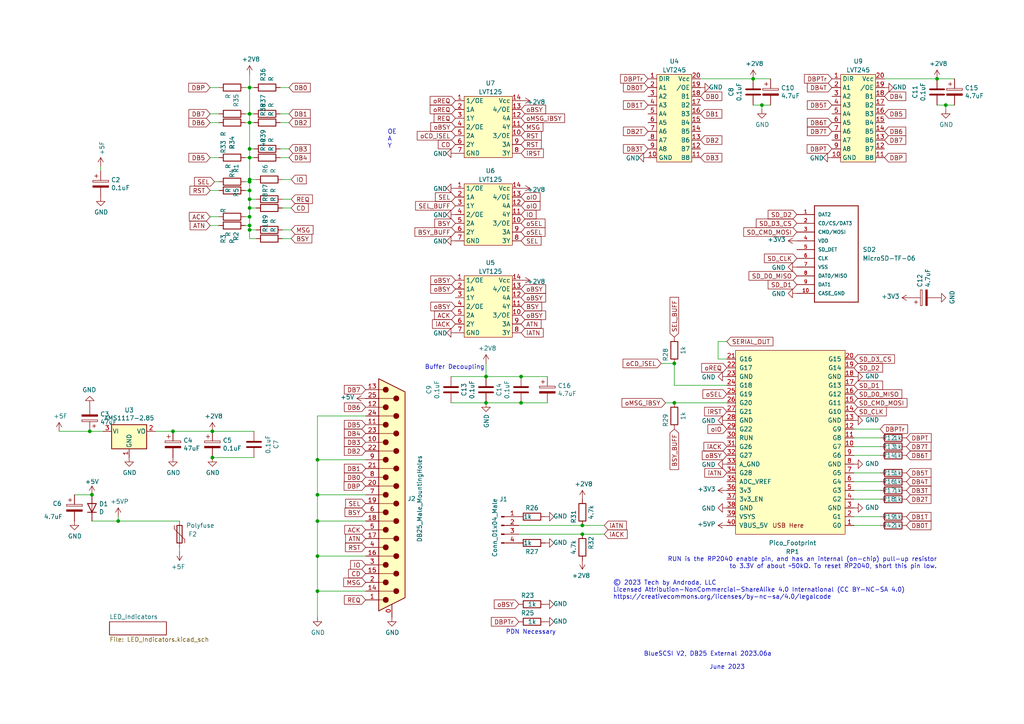
<source format=kicad_sch>
(kicad_sch (version 20211123) (generator eeschema)
  (paper "A4")
  (junction (at 26.67 143.51))
  (junction (at 72.39 65.405))
  (junction (at 220.98 30.48))
  (junction (at 168.91 152.4))
  (junction (at 140.97 116.84))
  (junction (at 72.39 35.56))
  (junction (at 61.595 132.715))
  (junction (at 34.29 151.13))
  (junction (at 92.075 161.29))
  (junction (at 140.97 109.22))
  (junction (at 92.075 171.45))
  (junction (at 195.58 105.41))
  (junction (at 72.39 55.245))
  (junction (at 72.39 62.865))
  (junction (at 72.39 43.18))
  (junction (at 72.39 52.705))
  (junction (at 72.39 25.4))
  (junction (at 92.075 133.35))
  (junction (at 218.44 22.86))
  (junction (at 61.595 125.095))
  (junction (at 271.78 22.86))
  (junction (at 168.91 154.94))
  (junction (at 50.165 125.095))
  (junction (at 151.13 109.22))
  (junction (at 72.39 66.675))
  (junction (at 195.58 116.84))
  (junction (at 274.32 30.48))
  (junction (at 72.39 33.02))
  (junction (at 72.39 57.785))
  (junction (at 92.075 151.13))
  (junction (at 72.39 60.325))
  (junction (at 72.39 45.72))
  (junction (at 72.39 52.07))
  (junction (at 26.035 125.095))
  (junction (at 151.13 116.84))
  (junction (at 92.075 143.51))
  (wire (pts (xy 193.04 116.84) (xy 195.58 116.84)))
  (wire (pts (xy 150.495 152.4) (xy 168.91 152.4)))
  (wire (pts (xy 218.44 22.86) (xy 203.2 22.86)))
  (wire (pts (xy 106.045 171.45) (xy 92.075 171.45)))
  (wire (pts (xy 151.13 109.22) (xy 158.75 109.22)))
  (wire (pts (xy 92.075 133.35) (xy 92.075 143.51)))
  (wire (pts (xy 72.39 57.785) (xy 74.295 57.785)))
  (wire (pts (xy 274.32 30.48) (xy 274.32 31.75)))
  (wire (pts (xy 72.39 62.865) (xy 72.39 65.405)))
  (wire (pts (xy 34.29 151.13) (xy 52.07 151.13)))
  (wire (pts (xy 72.39 45.72) (xy 73.66 45.72)))
  (wire (pts (xy 92.075 151.13) (xy 92.075 161.29)))
  (wire (pts (xy 63.5 52.705) (xy 62.23 52.705)))
  (wire (pts (xy 271.78 30.48) (xy 274.32 30.48)))
  (wire (pts (xy 218.44 30.48) (xy 220.98 30.48)))
  (wire (pts (xy 140.97 116.84) (xy 151.13 116.84)))
  (wire (pts (xy 130.81 109.22) (xy 140.97 109.22)))
  (wire (pts (xy 92.075 143.51) (xy 92.075 151.13)))
  (wire (pts (xy 81.28 33.02) (xy 83.82 33.02)))
  (wire (pts (xy 72.39 35.56) (xy 73.66 35.56)))
  (wire (pts (xy 72.39 35.56) (xy 72.39 43.18)))
  (wire (pts (xy 72.39 69.215) (xy 74.295 69.215)))
  (wire (pts (xy 71.12 65.405) (xy 72.39 65.405)))
  (wire (pts (xy 247.65 139.7) (xy 255.27 139.7)))
  (wire (pts (xy 247.65 149.86) (xy 255.27 149.86)))
  (wire (pts (xy 71.12 62.865) (xy 72.39 62.865)))
  (wire (pts (xy 72.39 65.405) (xy 72.39 66.675)))
  (wire (pts (xy 72.39 21.59) (xy 72.39 25.4)))
  (wire (pts (xy 247.65 132.08) (xy 255.27 132.08)))
  (wire (pts (xy 72.39 45.72) (xy 71.12 45.72)))
  (wire (pts (xy 71.12 33.02) (xy 72.39 33.02)))
  (wire (pts (xy 84.455 66.675) (xy 81.915 66.675)))
  (wire (pts (xy 92.075 171.45) (xy 92.075 179.07)))
  (wire (pts (xy 72.39 43.18) (xy 73.66 43.18)))
  (wire (pts (xy 247.65 142.24) (xy 255.27 142.24)))
  (wire (pts (xy 81.28 35.56) (xy 83.82 35.56)))
  (wire (pts (xy 72.39 25.4) (xy 73.66 25.4)))
  (wire (pts (xy 71.12 55.245) (xy 72.39 55.245)))
  (wire (pts (xy 72.39 60.325) (xy 72.39 62.865)))
  (wire (pts (xy 210.82 111.76) (xy 195.58 111.76)))
  (wire (pts (xy 17.145 125.095) (xy 26.035 125.095)))
  (wire (pts (xy 72.39 66.675) (xy 72.39 69.215)))
  (wire (pts (xy 61.595 132.715) (xy 73.66 132.715)))
  (wire (pts (xy 218.44 22.86) (xy 223.52 22.86)))
  (wire (pts (xy 191.77 105.41) (xy 195.58 105.41)))
  (wire (pts (xy 72.39 55.245) (xy 72.39 57.785)))
  (wire (pts (xy 81.915 57.785) (xy 84.455 57.785)))
  (wire (pts (xy 72.39 57.785) (xy 72.39 60.325)))
  (wire (pts (xy 71.12 52.705) (xy 72.39 52.705)))
  (wire (pts (xy 72.39 52.07) (xy 72.39 52.705)))
  (wire (pts (xy 63.5 33.02) (xy 60.96 33.02)))
  (wire (pts (xy 106.045 161.29) (xy 92.075 161.29)))
  (wire (pts (xy 84.455 52.07) (xy 81.915 52.07)))
  (wire (pts (xy 83.82 45.72) (xy 81.28 45.72)))
  (wire (pts (xy 61.595 125.095) (xy 73.66 125.095)))
  (wire (pts (xy 220.98 30.48) (xy 220.98 31.75)))
  (wire (pts (xy 83.82 43.18) (xy 81.28 43.18)))
  (wire (pts (xy 210.82 99.06) (xy 208.28 99.06)))
  (wire (pts (xy 195.58 111.76) (xy 195.58 105.41)))
  (wire (pts (xy 29.21 48.26) (xy 29.21 49.53)))
  (wire (pts (xy 63.5 55.245) (xy 60.96 55.245)))
  (wire (pts (xy 52.07 158.75) (xy 52.07 160.02)))
  (wire (pts (xy 72.39 43.18) (xy 72.39 45.72)))
  (wire (pts (xy 195.58 116.84) (xy 210.82 116.84)))
  (wire (pts (xy 72.39 25.4) (xy 72.39 33.02)))
  (wire (pts (xy 106.045 120.65) (xy 92.075 120.65)))
  (wire (pts (xy 72.39 33.02) (xy 73.66 33.02)))
  (wire (pts (xy 106.045 151.13) (xy 92.075 151.13)))
  (wire (pts (xy 208.28 99.06) (xy 208.28 104.14)))
  (wire (pts (xy 71.12 25.4) (xy 72.39 25.4)))
  (wire (pts (xy 29.845 125.095) (xy 26.035 125.095)))
  (wire (pts (xy 106.045 143.51) (xy 92.075 143.51)))
  (wire (pts (xy 50.165 125.095) (xy 61.595 125.095)))
  (wire (pts (xy 72.39 52.705) (xy 72.39 55.245)))
  (wire (pts (xy 140.97 109.22) (xy 151.13 109.22)))
  (wire (pts (xy 168.91 154.94) (xy 175.26 154.94)))
  (wire (pts (xy 34.29 149.86) (xy 34.29 151.13)))
  (wire (pts (xy 106.045 133.35) (xy 92.075 133.35)))
  (wire (pts (xy 247.65 137.16) (xy 255.27 137.16)))
  (wire (pts (xy 71.12 35.56) (xy 72.39 35.56)))
  (wire (pts (xy 26.67 151.13) (xy 34.29 151.13)))
  (wire (pts (xy 220.98 30.48) (xy 223.52 30.48)))
  (wire (pts (xy 83.82 25.4) (xy 81.28 25.4)))
  (wire (pts (xy 45.085 125.095) (xy 50.165 125.095)))
  (wire (pts (xy 72.39 52.07) (xy 74.295 52.07)))
  (wire (pts (xy 140.97 105.41) (xy 140.97 109.22)))
  (wire (pts (xy 168.91 152.4) (xy 175.26 152.4)))
  (wire (pts (xy 247.65 144.78) (xy 255.27 144.78)))
  (wire (pts (xy 92.075 161.29) (xy 92.075 171.45)))
  (wire (pts (xy 84.455 69.215) (xy 81.915 69.215)))
  (wire (pts (xy 92.075 120.65) (xy 92.075 133.35)))
  (wire (pts (xy 72.39 45.72) (xy 72.39 52.07)))
  (wire (pts (xy 63.5 45.72) (xy 60.96 45.72)))
  (wire (pts (xy 72.39 66.675) (xy 74.295 66.675)))
  (wire (pts (xy 247.65 124.46) (xy 255.27 124.46)))
  (wire (pts (xy 247.65 129.54) (xy 255.27 129.54)))
  (wire (pts (xy 247.65 152.4) (xy 255.27 152.4)))
  (wire (pts (xy 63.5 25.4) (xy 60.96 25.4)))
  (wire (pts (xy 151.13 116.84) (xy 158.75 116.84)))
  (wire (pts (xy 150.495 154.94) (xy 168.91 154.94)))
  (wire (pts (xy 63.5 65.405) (xy 60.96 65.405)))
  (wire (pts (xy 60.96 62.865) (xy 63.5 62.865)))
  (wire (pts (xy 208.28 104.14) (xy 210.82 104.14)))
  (wire (pts (xy 247.65 127) (xy 255.27 127)))
  (wire (pts (xy 274.32 30.48) (xy 276.86 30.48)))
  (wire (pts (xy 72.39 60.325) (xy 74.295 60.325)))
  (wire (pts (xy 271.78 22.86) (xy 276.86 22.86)))
  (wire (pts (xy 130.81 116.84) (xy 140.97 116.84)))
  (wire (pts (xy 81.915 60.325) (xy 84.455 60.325)))
  (wire (pts (xy 60.96 35.56) (xy 63.5 35.56)))
  (wire (pts (xy 72.39 33.02) (xy 72.39 35.56)))
  (wire (pts (xy 21.59 143.51) (xy 26.67 143.51)))
  (wire (pts (xy 271.78 22.86) (xy 256.54 22.86)))
  (text "June 2023" (at 205.74 194.31 0) (effects (font (size 1.27 1.27)) (justify left bottom)))
  (text "© 2023 Tech by Androda, LLC\nLicensed Attribution-NonCommercial-ShareAlike 4.0 International (CC BY-NC-SA 4.0)\nhttps://creativecommons.org/licenses/by-nc-sa/4.0/legalcode" (at 177.8 173.99 0) (effects (font (size 1.27 1.27)) (justify left bottom)))
  (text "RUN is the RP2040 enable pin, and has an internal (on-chip) pull-up resistor\nto 3.3V of about ~50kΩ. To reset RP2040, short this pin low." (at 271.78 165.1 0) (effects (font (size 1.27 1.27)) (justify right bottom)))
  (text "PDN Necessary" (at 146.685 184.15 0) (effects (font (size 1.27 1.27)) (justify left bottom)))
  (text "OE\nA\nY" (at 112.395 43.18 0) (effects (font (size 1.27 1.27)) (justify left bottom)))
  (text "BlueSCSI V2, DB25 External 2023.06a" (at 186.69 190.5 0) (effects (font (size 1.27 1.27)) (justify left bottom)))
  (text "Buffer Decoupling" (at 123.19 107.315 0) (effects (font (size 1.27 1.27)) (justify left bottom)))
  (global_label "RST" (shape input) (at 60.96 55.245 180) (property "Intersheet References" "${INTERSHEET_REFS}" (effects hide)))
  (global_label "MSG" (shape input) (at 151.13 36.83 0) (property "Intersheet References" "${INTERSHEET_REFS}" (effects hide)))
  (global_label "DB2" (shape input) (at 106.045 130.81 180) (property "Intersheet References" "${INTERSHEET_REFS}" (effects hide)))
  (global_label "SEL" (shape input) (at 62.23 52.705 180) (property "Intersheet References" "${INTERSHEET_REFS}" (effects hide)))
  (global_label "SD_D1" (shape input) (at 231.14 82.55 180) (property "Intersheet References" "${INTERSHEET_REFS}" (effects hide)))
  (global_label "oBSY" (shape input) (at 151.13 31.75 0) (property "Intersheet References" "${INTERSHEET_REFS}" (effects hide)))
  (global_label "iACK" (shape input) (at 175.26 154.94 0) (property "Intersheet References" "${INTERSHEET_REFS}" (effects hide)))
  (global_label "SD_CLK" (shape input) (at 231.14 74.93 180) (property "Intersheet References" "${INTERSHEET_REFS}" (effects hide)))
  (global_label "ATN" (shape input) (at 106.045 156.21 180) (property "Intersheet References" "${INTERSHEET_REFS}" (effects hide)))
  (global_label "DB1" (shape input) (at 106.045 135.89 180) (property "Intersheet References" "${INTERSHEET_REFS}" (effects hide)))
  (global_label "oIO" (shape input) (at 151.13 57.15 0) (property "Intersheet References" "${INTERSHEET_REFS}" (effects hide)))
  (global_label "DB1" (shape input) (at 203.2 33.02 0) (property "Intersheet References" "${INTERSHEET_REFS}" (effects hide)))
  (global_label "DB1" (shape input) (at 83.82 33.02 0) (property "Intersheet References" "${INTERSHEET_REFS}" (effects hide)))
  (global_label "DB1T" (shape input) (at 262.89 149.86 0) (property "Intersheet References" "${INTERSHEET_REFS}" (effects hide)))
  (global_label "DB2T" (shape input) (at 187.96 38.1 180) (property "Intersheet References" "${INTERSHEET_REFS}" (effects hide)))
  (global_label "oIO" (shape input) (at 151.13 59.69 0) (property "Intersheet References" "${INTERSHEET_REFS}" (effects hide)))
  (global_label "DBP" (shape input) (at 106.045 140.97 180) (property "Intersheet References" "${INTERSHEET_REFS}" (effects hide)))
  (global_label "REQ" (shape input) (at 132.08 34.29 180) (property "Intersheet References" "${INTERSHEET_REFS}" (effects hide)))
  (global_label "oIO" (shape input) (at 210.82 124.46 180) (property "Intersheet References" "${INTERSHEET_REFS}" (effects hide)))
  (global_label "RST" (shape input) (at 106.045 158.75 180) (property "Intersheet References" "${INTERSHEET_REFS}" (effects hide)))
  (global_label "DB7T" (shape input) (at 241.3 38.1 180) (property "Intersheet References" "${INTERSHEET_REFS}" (effects hide)))
  (global_label "oBSY" (shape input) (at 151.13 86.36 0) (property "Intersheet References" "${INTERSHEET_REFS}" (effects hide)))
  (global_label "DB3" (shape input) (at 83.82 43.18 0) (property "Intersheet References" "${INTERSHEET_REFS}" (effects hide)))
  (global_label "DBPTr" (shape input) (at 150.495 180.34 180) (property "Intersheet References" "${INTERSHEET_REFS}" (effects hide)))
  (global_label "DB0" (shape input) (at 106.045 138.43 180) (property "Intersheet References" "${INTERSHEET_REFS}" (effects hide)))
  (global_label "SEL_BUFF" (shape input) (at 195.58 97.79 90) (property "Intersheet References" "${INTERSHEET_REFS}" (effects hide)))
  (global_label "oMSG_iBSY" (shape input) (at 151.13 34.29 0) (property "Intersheet References" "${INTERSHEET_REFS}" (effects hide)))
  (global_label "CD" (shape input) (at 84.455 60.325 0) (property "Intersheet References" "${INTERSHEET_REFS}" (effects hide)))
  (global_label "BSY" (shape input) (at 151.13 88.9 0) (property "Intersheet References" "${INTERSHEET_REFS}" (effects hide)))
  (global_label "REQ" (shape input) (at 84.455 57.785 0) (property "Intersheet References" "${INTERSHEET_REFS}" (effects hide)))
  (global_label "SEL" (shape input) (at 106.045 146.05 180) (property "Intersheet References" "${INTERSHEET_REFS}" (effects hide)))
  (global_label "oCD_iSEL" (shape input) (at 132.08 39.37 180) (property "Intersheet References" "${INTERSHEET_REFS}" (effects hide)))
  (global_label "ACK" (shape input) (at 132.08 91.44 180) (property "Intersheet References" "${INTERSHEET_REFS}" (effects hide)))
  (global_label "oREQ" (shape input) (at 132.08 29.21 180) (property "Intersheet References" "${INTERSHEET_REFS}" (effects hide)))
  (global_label "DB6" (shape input) (at 106.045 118.11 180) (property "Intersheet References" "${INTERSHEET_REFS}" (effects hide)))
  (global_label "iRST" (shape input) (at 151.13 44.45 0) (property "Intersheet References" "${INTERSHEET_REFS}" (effects hide)))
  (global_label "REQ" (shape input) (at 106.045 173.99 180) (property "Intersheet References" "${INTERSHEET_REFS}" (effects hide)))
  (global_label "SEL" (shape input) (at 151.13 69.85 0) (property "Intersheet References" "${INTERSHEET_REFS}" (effects hide)))
  (global_label "DB4" (shape input) (at 256.54 27.94 0) (property "Intersheet References" "${INTERSHEET_REFS}" (effects hide)))
  (global_label "DBP" (shape input) (at 60.96 25.4 180) (property "Intersheet References" "${INTERSHEET_REFS}" (effects hide)))
  (global_label "RST" (shape input) (at 151.13 41.91 0) (property "Intersheet References" "${INTERSHEET_REFS}" (effects hide)))
  (global_label "oBSY" (shape input) (at 132.08 88.9 180) (property "Intersheet References" "${INTERSHEET_REFS}" (effects hide)))
  (global_label "oBSY" (shape input) (at 132.08 81.28 180) (property "Intersheet References" "${INTERSHEET_REFS}" (effects hide)))
  (global_label "DBPTr" (shape input) (at 187.96 22.86 180) (property "Intersheet References" "${INTERSHEET_REFS}" (effects hide)))
  (global_label "oBSY" (shape input) (at 151.13 83.82 0) (property "Intersheet References" "${INTERSHEET_REFS}" (effects hide)))
  (global_label "oBSY" (shape input) (at 132.08 83.82 180) (property "Intersheet References" "${INTERSHEET_REFS}" (effects hide)))
  (global_label "DB7T" (shape input) (at 262.89 129.54 0) (property "Intersheet References" "${INTERSHEET_REFS}" (effects hide)))
  (global_label "SERIAL_OUT" (shape input) (at 210.82 99.06 0) (property "Intersheet References" "${INTERSHEET_REFS}" (effects hide)))
  (global_label "RST" (shape input) (at 151.13 39.37 0) (property "Intersheet References" "${INTERSHEET_REFS}" (effects hide)))
  (global_label "DB7" (shape input) (at 60.96 33.02 180) (property "Intersheet References" "${INTERSHEET_REFS}" (effects hide)))
  (global_label "SD_D0_MISO" (shape input) (at 247.65 114.3 0) (property "Intersheet References" "${INTERSHEET_REFS}" (effects hide)))
  (global_label "DB2" (shape input) (at 83.82 35.56 0) (property "Intersheet References" "${INTERSHEET_REFS}" (effects hide)))
  (global_label "DB5T" (shape input) (at 241.3 30.48 180) (property "Intersheet References" "${INTERSHEET_REFS}" (effects hide)))
  (global_label "DB5" (shape input) (at 256.54 33.02 0) (property "Intersheet References" "${INTERSHEET_REFS}" (effects hide)))
  (global_label "DB4" (shape input) (at 83.82 45.72 0) (property "Intersheet References" "${INTERSHEET_REFS}" (effects hide)))
  (global_label "oREQ" (shape input) (at 132.08 31.75 180) (property "Intersheet References" "${INTERSHEET_REFS}" (effects hide)))
  (global_label "DB2" (shape input) (at 203.2 40.64 0) (property "Intersheet References" "${INTERSHEET_REFS}" (effects hide)))
  (global_label "DB5" (shape input) (at 60.96 45.72 180) (property "Intersheet References" "${INTERSHEET_REFS}" (effects hide)))
  (global_label "SD_D3_CS" (shape input) (at 247.65 104.14 0) (property "Intersheet References" "${INTERSHEET_REFS}" (effects hide)))
  (global_label "oMSG_iBSY" (shape input) (at 193.04 116.84 180) (property "Intersheet References" "${INTERSHEET_REFS}" (effects hide)))
  (global_label "BSY" (shape input) (at 132.08 64.77 180) (property "Intersheet References" "${INTERSHEET_REFS}" (effects hide)))
  (global_label "SD_CMD_MOSI" (shape input) (at 231.14 67.31 180) (property "Intersheet References" "${INTERSHEET_REFS}" (effects hide)))
  (global_label "DB3" (shape input) (at 203.2 45.72 0) (property "Intersheet References" "${INTERSHEET_REFS}" (effects hide)))
  (global_label "DB0T" (shape input) (at 187.96 25.4 180) (property "Intersheet References" "${INTERSHEET_REFS}" (effects hide)))
  (global_label "BSY" (shape input) (at 84.455 69.215 0) (property "Intersheet References" "${INTERSHEET_REFS}" (effects hide)))
  (global_label "DBPTr" (shape input) (at 255.27 124.46 0) (property "Intersheet References" "${INTERSHEET_REFS}" (effects hide)))
  (global_label "SD_CMD_MOSI" (shape input) (at 247.65 116.84 0) (property "Intersheet References" "${INTERSHEET_REFS}" (effects hide)))
  (global_label "iRST" (shape input) (at 210.82 119.38 180) (property "Intersheet References" "${INTERSHEET_REFS}" (effects hide)))
  (global_label "SEL_BUFF" (shape input) (at 132.08 59.69 180) (property "Intersheet References" "${INTERSHEET_REFS}" (effects hide)))
  (global_label "oSEL" (shape input) (at 151.13 67.31 0) (property "Intersheet References" "${INTERSHEET_REFS}" (effects hide)))
  (global_label "DB6T" (shape input) (at 262.89 132.08 0) (property "Intersheet References" "${INTERSHEET_REFS}" (effects hide)))
  (global_label "DB6T" (shape input) (at 241.3 35.56 180) (property "Intersheet References" "${INTERSHEET_REFS}" (effects hide)))
  (global_label "iACK" (shape input) (at 132.08 93.98 180) (property "Intersheet References" "${INTERSHEET_REFS}" (effects hide)))
  (global_label "iATN" (shape input) (at 210.82 137.16 180) (property "Intersheet References" "${INTERSHEET_REFS}" (effects hide)))
  (global_label "CD" (shape input) (at 132.08 41.91 180) (property "Intersheet References" "${INTERSHEET_REFS}" (effects hide)))
  (global_label "MSG" (shape input) (at 84.455 66.675 0) (property "Intersheet References" "${INTERSHEET_REFS}" (effects hide)))
  (global_label "SD_D1" (shape input) (at 247.65 111.76 0) (property "Intersheet References" "${INTERSHEET_REFS}" (effects hide)))
  (global_label "oSEL" (shape input) (at 210.82 114.3 180) (property "Intersheet References" "${INTERSHEET_REFS}" (effects hide)))
  (global_label "ACK" (shape input) (at 60.96 62.865 180) (property "Intersheet References" "${INTERSHEET_REFS}" (effects hide)))
  (global_label "DB5T" (shape input) (at 262.89 137.16 0) (property "Intersheet References" "${INTERSHEET_REFS}" (effects hide)))
  (global_label "SD_D0_MISO" (shape input) (at 231.14 80.01 180) (property "Intersheet References" "${INTERSHEET_REFS}" (effects hide)))
  (global_label "DBPT" (shape input) (at 241.3 43.18 180) (property "Intersheet References" "${INTERSHEET_REFS}" (effects hide)))
  (global_label "SD_D2" (shape input) (at 247.65 106.68 0) (property "Intersheet References" "${INTERSHEET_REFS}" (effects hide)))
  (global_label "SD_CLK" (shape input) (at 247.65 119.38 0) (property "Intersheet References" "${INTERSHEET_REFS}" (effects hide)))
  (global_label "DB2T" (shape input) (at 262.89 144.78 0) (property "Intersheet References" "${INTERSHEET_REFS}" (effects hide)))
  (global_label "oCD_iSEL" (shape input) (at 191.77 105.41 180) (property "Intersheet References" "${INTERSHEET_REFS}" (effects hide)))
  (global_label "SD_D3_CS" (shape input) (at 231.14 64.77 180) (property "Intersheet References" "${INTERSHEET_REFS}" (effects hide)))
  (global_label "CD" (shape input) (at 106.045 166.37 180) (property "Intersheet References" "${INTERSHEET_REFS}" (effects hide)))
  (global_label "DB5" (shape input) (at 106.045 123.19 180) (property "Intersheet References" "${INTERSHEET_REFS}" (effects hide)))
  (global_label "DB4" (shape input) (at 106.045 125.73 180) (property "Intersheet References" "${INTERSHEET_REFS}" (effects hide)))
  (global_label "oBSY" (shape input) (at 210.82 132.08 180) (property "Intersheet References" "${INTERSHEET_REFS}" (effects hide)))
  (global_label "DB0" (shape input) (at 203.2 27.94 0) (property "Intersheet References" "${INTERSHEET_REFS}" (effects hide)))
  (global_label "BSY_BUFF" (shape input) (at 132.08 67.31 180) (property "Intersheet References" "${INTERSHEET_REFS}" (effects hide)))
  (global_label "oBSY" (shape input) (at 151.13 91.44 0) (property "Intersheet References" "${INTERSHEET_REFS}" (effects hide)))
  (global_label "DB0" (shape input) (at 83.82 25.4 0) (property "Intersheet References" "${INTERSHEET_REFS}" (effects hide)))
  (global_label "DB3T" (shape input) (at 262.89 142.24 0) (property "Intersheet References" "${INTERSHEET_REFS}" (effects hide)))
  (global_label "DB1T" (shape input) (at 187.96 30.48 180) (property "Intersheet References" "${INTERSHEET_REFS}" (effects hide)))
  (global_label "oBSY" (shape input) (at 150.495 175.26 180) (property "Intersheet References" "${INTERSHEET_REFS}" (effects hide)))
  (global_label "DB6" (shape input) (at 256.54 38.1 0) (property "Intersheet References" "${INTERSHEET_REFS}" (effects hide)))
  (global_label "IO" (shape input) (at 84.455 52.07 0) (property "Intersheet References" "${INTERSHEET_REFS}" (effects hide)))
  (global_label "SEL" (shape input) (at 132.08 57.15 180) (property "Intersheet References" "${INTERSHEET_REFS}" (effects hide)))
  (global_label "iATN" (shape input) (at 151.13 96.52 0) (property "Intersheet References" "${INTERSHEET_REFS}" (effects hide)))
  (global_label "DBPT" (shape input) (at 262.89 127 0) (property "Intersheet References" "${INTERSHEET_REFS}" (effects hide)))
  (global_label "oREQ" (shape input) (at 210.82 106.68 180) (property "Intersheet References" "${INTERSHEET_REFS}" (effects hide)))
  (global_label "DB6" (shape input) (at 60.96 35.56 180) (property "Intersheet References" "${INTERSHEET_REFS}" (effects hide)))
  (global_label "DB4T" (shape input) (at 262.89 139.7 0) (property "Intersheet References" "${INTERSHEET_REFS}" (effects hide)))
  (global_label "BSY_BUFF" (shape input) (at 195.58 124.46 270) (property "Intersheet References" "${INTERSHEET_REFS}" (effects hide)))
  (global_label "DB3" (shape input) (at 106.045 128.27 180) (property "Intersheet References" "${INTERSHEET_REFS}" (effects hide)))
  (global_label "iATN" (shape input) (at 175.26 152.4 0) (property "Intersheet References" "${INTERSHEET_REFS}" (effects hide)))
  (global_label "DB3T" (shape input) (at 187.96 43.18 180) (property "Intersheet References" "${INTERSHEET_REFS}" (effects hide)))
  (global_label "MSG" (shape input) (at 106.045 168.91 180) (property "Intersheet References" "${INTERSHEET_REFS}" (effects hide)))
  (global_label "oBSY" (shape input) (at 132.08 36.83 180) (property "Intersheet References" "${INTERSHEET_REFS}" (effects hide)))
  (global_label "DB7" (shape input) (at 106.045 113.03 180) (property "Intersheet References" "${INTERSHEET_REFS}" (effects hide)))
  (global_label "DB7" (shape input) (at 256.54 40.64 0) (property "Intersheet References" "${INTERSHEET_REFS}" (effects hide)))
  (global_label "SD_D2" (shape input) (at 231.14 62.23 180) (property "Intersheet References" "${INTERSHEET_REFS}" (effects hide)))
  (global_label "BSY" (shape input) (at 106.045 148.59 180) (property "Intersheet References" "${INTERSHEET_REFS}" (effects hide)))
  (global_label "DBPTr" (shape input) (at 241.3 22.86 180) (property "Intersheet References" "${INTERSHEET_REFS}" (effects hide)))
  (global_label "DB4T" (shape input) (at 241.3 25.4 180) (property "Intersheet References" "${INTERSHEET_REFS}" (effects hide)))
  (global_label "IO" (shape input) (at 106.045 163.83 180) (property "Intersheet References" "${INTERSHEET_REFS}" (effects hide)))
  (global_label "ACK" (shape input) (at 106.045 153.67 180) (property "Intersheet References" "${INTERSHEET_REFS}" (effects hide)))
  (global_label "iACK" (shape input) (at 210.82 129.54 180) (property "Intersheet References" "${INTERSHEET_REFS}" (effects hide)))
  (global_label "oSEL" (shape input) (at 151.13 64.77 0) (property "Intersheet References" "${INTERSHEET_REFS}" (effects hide)))
  (global_label "IO" (shape input) (at 151.13 62.23 0) (property "Intersheet References" "${INTERSHEET_REFS}" (effects hide)))
  (global_label "DB0T" (shape input) (at 262.89 152.4 0) (property "Intersheet References" "${INTERSHEET_REFS}" (effects hide)))
  (global_label "ATN" (shape input) (at 151.13 93.98 0) (property "Intersheet References" "${INTERSHEET_REFS}" (effects hide)))
  (global_label "DBP" (shape input) (at 256.54 45.72 0) (property "Intersheet References" "${INTERSHEET_REFS}" (effects hide)))
  (global_label "ATN" (shape input) (at 60.96 65.405 180) (property "Intersheet References" "${INTERSHEET_REFS}" (effects hide)))
  (symbol (lib_id "Regulator_Linear:AMS1117CD-2.85") (at 37.465 125.095 0) (unit 1)
    (property "Reference" "U3" (at 37.465 118.9482 0))
    (property "Value" "AMS1117-2.85" (at 37.465 121.2596 0))
    (property "Footprint" "Package_TO_SOT_SMD:SOT-223-3_TabPin2" (effects hide))
    (property "Datasheet" "http://www.advanced-monolithic.com/pdf/ds1117.pdf" (effects hide))
  )
  (symbol (lib_id "power:GND") (at 37.465 132.715 0) (unit 1)
    (property "Reference" "#PWR012" (effects hide))
    (property "Value" "GND" (at 37.592 137.1092 0))
  )
  (symbol (lib_id "power:+2V8") (at 61.595 125.095 0) (unit 1)
    (property "Reference" "#PWR015" (effects hide))
    (property "Value" "+2V8" (at 61.976 120.7008 0))
  )
  (symbol (lib_id "Device:CP") (at 50.165 128.905 0) (unit 1)
    (property "Reference" "C4" (at 53.1622 127.7366 0) (effects (justify left)))
    (property "Value" "47uF" (at 53.1622 130.048 0) (effects (justify left)))
    (property "Footprint" "Capacitor_SMD:C_1206_3216Metric_Pad1.42x1.75mm_HandSolder" (effects hide))
  )
  (symbol (lib_id "Device:CP") (at 26.035 121.285 180) (unit 1)
    (property "Reference" "C3" (at 29.0322 120.1166 0) (effects (justify right)))
    (property "Value" "47uF" (at 29.0322 122.428 0) (effects (justify right)))
    (property "Footprint" "Capacitor_SMD:C_1206_3216Metric_Pad1.42x1.75mm_HandSolder" (effects hide))
  )
  (symbol (lib_id "power:GND") (at 26.035 117.475 180) (unit 1)
    (property "Reference" "#PWR07" (effects hide))
    (property "Value" "GND" (at 25.908 113.0808 0))
  )
  (symbol (lib_id "power:GND") (at 50.165 132.715 0) (unit 1)
    (property "Reference" "#PWR013" (effects hide))
    (property "Value" "GND" (at 50.292 137.1092 0))
  )
  (symbol (lib_id "custom_symbols:+5V_TPWR") (at 26.67 143.51 0) (unit 1)
    (property "Reference" "#PWR019" (effects hide))
    (property "Value" "+5V_TPWR" (at 26.67 139.7 0))
  )
  (symbol (lib_id "power:+3V3") (at 210.82 142.24 90) (unit 1)
    (property "Reference" "#PWR047" (effects hide))
    (property "Value" "+3V3" (at 207.5688 141.859 90) (effects (justify left)))
  )
  (symbol (lib_id "power:+5VP") (at 210.82 152.4 90) (unit 1)
    (property "Reference" "#PWR036" (effects hide))
    (property "Value" "+5VP" (at 207.5688 152.019 90) (effects (justify left)))
  )
  (symbol (lib_id "power:+5F") (at 17.145 125.095 0) (unit 1)
    (property "Reference" "#PWR06" (effects hide))
    (property "Value" "+5F" (at 17.526 120.7008 0))
  )
  (symbol (lib_id "power:+5F") (at 52.07 160.02 180) (unit 1)
    (property "Reference" "#PWR027" (effects hide))
    (property "Value" "+5F" (at 51.689 164.4142 0))
  )
  (symbol (lib_id "power:+5VP") (at 34.29 149.86 0) (unit 1)
    (property "Reference" "#PWR025" (effects hide))
    (property "Value" "+5VP" (at 34.671 145.4658 0))
  )
  (symbol (lib_id "custom_symbols:BlackSCSI") (at 229.87 156.21 180) (unit 1)
    (property "Reference" "RP1" (at 229.87 160.02 0))
    (property "Value" "Pico_Footprint" (at 229.87 157.48 0))
    (property "Footprint" "CustomFootprints:BluePillModule" (effects hide))
  )
  (symbol (lib_id "power:GND") (at 210.82 134.62 270) (unit 1)
    (property "Reference" "#PWR037" (effects hide))
    (property "Value" "GND" (at 207.5688 134.747 90) (effects (justify right)))
  )
  (symbol (lib_id "power:GND") (at 61.595 132.715 0) (unit 1)
    (property "Reference" "#PWR016" (effects hide))
    (property "Value" "GND" (at 61.722 137.1092 0))
  )
  (symbol (lib_id "Device:CP") (at 61.595 128.905 0) (unit 1)
    (property "Reference" "C5" (at 64.5922 127.7366 0) (effects (justify left)))
    (property "Value" "0.1uF" (at 64.5922 130.048 0) (effects (justify left)))
    (property "Footprint" "Capacitor_SMD:C_0805_2012Metric_Pad1.15x1.40mm_HandSolder" (effects hide))
  )
  (symbol (lib_id "power:GND") (at 29.21 57.15 0) (unit 1)
    (property "Reference" "#PWR05" (effects hide))
    (property "Value" "GND" (at 29.337 61.5442 0))
  )
  (symbol (lib_id "Device:CP") (at 29.21 53.34 0) (unit 1)
    (property "Reference" "C2" (at 32.2072 52.1716 0) (effects (justify left)))
    (property "Value" "0.1uF" (at 32.2072 54.483 0) (effects (justify left)))
    (property "Footprint" "Capacitor_SMD:C_0805_2012Metric_Pad1.15x1.40mm_HandSolder" (effects hide))
  )
  (symbol (lib_id "Device:D") (at 26.67 147.32 90) (unit 1)
    (property "Reference" "D1" (at 28.702 146.1516 90) (effects (justify right)))
    (property "Value" "D" (at 28.702 148.463 90) (effects (justify right)))
    (property "Footprint" "Diode_SMD:D_SMA" (effects hide))
  )
  (symbol (lib_id "power:GND") (at 21.59 151.13 0) (unit 1)
    (property "Reference" "#PWR018" (effects hide))
    (property "Value" "GND" (at 21.717 155.5242 0))
  )
  (symbol (lib_id "Device:CP") (at 21.59 147.32 0) (unit 1)
    (property "Reference" "C6" (at 15.24 146.05 0) (effects (justify left)))
    (property "Value" "4.7uF" (at 12.7 149.86 0) (effects (justify left)))
    (property "Footprint" "Capacitor_SMD:C_0805_2012Metric_Pad1.15x1.40mm_HandSolder" (effects hide))
  )
  (symbol (lib_id "power:+3V3") (at 264.16 86.36 90) (unit 1)
    (property "Reference" "#PWR048" (effects hide))
    (property "Value" "+3V3" (at 260.9088 85.979 90) (effects (justify left)))
  )
  (symbol (lib_id "power:GND") (at 271.78 86.36 90) (unit 1)
    (property "Reference" "#PWR050" (effects hide))
    (property "Value" "GND" (at 276.1742 86.233 0))
  )
  (symbol (lib_id "Device:CP") (at 267.97 86.36 90) (unit 1)
    (property "Reference" "C12" (at 266.8016 83.3628 0) (effects (justify left)))
    (property "Value" "4.7uF" (at 269.113 83.3628 0) (effects (justify left)))
    (property "Footprint" "Capacitor_SMD:C_0805_2012Metric_Pad1.15x1.40mm_HandSolder" (effects hide))
  )
  (symbol (lib_id "power:GND") (at 92.075 179.07 0) (unit 1)
    (property "Reference" "#PWR014" (effects hide))
    (property "Value" "GND" (at 92.202 183.4642 0))
  )
  (symbol (lib_id "New_Library:LVT245") (at 248.92 19.05 0) (unit 1)
    (property "Reference" "U9" (at 248.92 17.78 0))
    (property "Value" "LVT245" (at 248.92 20.32 0))
    (property "Footprint" "Package_SO:TSSOP-20_4.4x6.5mm_P0.65mm" (effects hide))
  )
  (symbol (lib_id "power:GND") (at 274.32 31.75 0) (unit 1)
    (property "Reference" "#PWR022" (effects hide))
    (property "Value" "GND" (at 274.447 36.1442 0))
  )
  (symbol (lib_id "power:+3V3") (at 231.14 69.85 90) (unit 1)
    (property "Reference" "#PWR0101" (effects hide))
    (property "Value" "+3V3" (at 227.8888 69.469 90) (effects (justify left)))
  )
  (symbol (lib_id "Device:R") (at 168.91 158.75 0) (unit 1)
    (property "Reference" "R32" (at 171.45 157.48 90))
    (property "Value" "4.7k" (at 166.37 158.75 90))
    (property "Footprint" "Resistor_SMD:R_0603_1608Metric_Pad0.98x0.95mm_HandSolder" (effects hide))
  )
  (symbol (lib_id "power:GND") (at 158.115 175.26 90) (unit 1)
    (property "Reference" "#PWR0107" (effects hide))
    (property "Value" "GND" (at 162.5092 175.133 90))
  )
  (symbol (lib_id "power:GND") (at 210.82 109.22 270) (unit 1)
    (property "Reference" "#PWR061" (effects hide))
    (property "Value" "GND" (at 207.5688 109.347 90) (effects (justify right)))
  )
  (symbol (lib_id "power:GND") (at 231.14 77.47 270) (unit 1)
    (property "Reference" "#PWR0103" (effects hide))
    (property "Value" "GND" (at 227.8888 77.597 90) (effects (justify right)))
  )
  (symbol (lib_id "power:GND") (at 132.08 69.85 270) (unit 1)
    (property "Reference" "#PWR033" (effects hide))
    (property "Value" "GND" (at 127.6858 69.977 90))
  )
  (symbol (lib_id "Device:R") (at 77.47 43.18 90) (unit 1)
    (property "Reference" "R39" (at 76.3016 41.402 0) (effects (justify left)))
    (property "Value" "R" (at 78.613 41.402 0) (effects (justify left)))
    (property "Footprint" "Resistor_SMD:R_0603_1608Metric_Pad0.98x0.95mm_HandSolder" (effects hide))
  )
  (symbol (lib_id "power:GND") (at 113.665 179.07 0) (unit 1)
    (property "Reference" "#PWR035" (effects hide))
    (property "Value" "GND" (at 113.792 183.4642 0))
  )
  (symbol (lib_id "power:GND") (at 247.65 109.22 90) (unit 1)
    (property "Reference" "#PWR064" (effects hide))
    (property "Value" "GND" (at 250.9012 109.093 90) (effects (justify right)))
  )
  (symbol (lib_id "Device:R") (at 67.31 33.02 270) (unit 1)
    (property "Reference" "R34" (at 67.31 39.37 0) (effects (justify left)))
    (property "Value" "R" (at 64.77 38.1 0) (effects (justify left)))
    (property "Footprint" "Resistor_SMD:R_0603_1608Metric_Pad0.98x0.95mm_HandSolder" (effects hide))
  )
  (symbol (lib_id "Device:R") (at 259.08 132.08 90) (unit 1)
    (property "Reference" "R14" (at 257.81 132.08 90))
    (property "Value" "1k" (at 260.35 132.08 90))
    (property "Footprint" "Resistor_SMD:R_0603_1608Metric_Pad0.98x0.95mm_HandSolder" (effects hide))
  )
  (symbol (lib_id "Device:C") (at 73.66 128.905 0) (unit 1)
    (property "Reference" "C7" (at 80.0608 128.905 90))
    (property "Value" "0.1uF" (at 77.7494 128.905 90))
    (property "Footprint" "Capacitor_SMD:C_0603_1608Metric_Pad1.08x0.95mm_HandSolder" (effects hide))
  )
  (symbol (lib_id "Device:CP") (at 276.86 26.67 0) (unit 1)
    (property "Reference" "C15" (at 279.8572 25.5016 0) (effects (justify left)))
    (property "Value" "4.7uF" (at 279.8572 27.813 0) (effects (justify left)))
    (property "Footprint" "Capacitor_SMD:C_0805_2012Metric_Pad1.18x1.45mm_HandSolder" (effects hide))
  )
  (symbol (lib_id "power:GND") (at 256.54 25.4 90) (unit 1)
    (property "Reference" "#PWR020" (effects hide))
    (property "Value" "GND" (at 260.9342 25.273 90))
  )
  (symbol (lib_id "Device:R") (at 195.58 120.65 180) (unit 1)
    (property "Reference" "R29" (at 193.04 121.92 90))
    (property "Value" "1k" (at 198.12 120.65 90))
    (property "Footprint" "Resistor_SMD:R_0603_1608Metric_Pad0.98x0.95mm_HandSolder" (effects hide))
  )
  (symbol (lib_id "Device:R") (at 78.105 69.215 90) (unit 1)
    (property "Reference" "R10" (at 76.9366 67.437 0) (effects (justify left)))
    (property "Value" "R" (at 79.248 67.437 0) (effects (justify left)))
    (property "Footprint" "Resistor_SMD:R_0603_1608Metric_Pad0.98x0.95mm_HandSolder" (effects hide))
  )
  (symbol (lib_id "Device:R") (at 78.105 57.785 90) (unit 1)
    (property "Reference" "R7" (at 76.9366 56.007 0) (effects (justify left)))
    (property "Value" "R" (at 79.248 56.007 0) (effects (justify left)))
    (property "Footprint" "Resistor_SMD:R_0603_1608Metric_Pad0.98x0.95mm_HandSolder" (effects hide))
  )
  (symbol (lib_id "Device:R") (at 77.47 33.02 90) (unit 1)
    (property "Reference" "R37" (at 76.3016 31.242 0) (effects (justify left)))
    (property "Value" "R" (at 78.613 31.242 0) (effects (justify left)))
    (property "Footprint" "Resistor_SMD:R_0603_1608Metric_Pad0.98x0.95mm_HandSolder" (effects hide))
  )
  (symbol (lib_id "power:GND") (at 210.82 147.32 270) (unit 1)
    (property "Reference" "#PWR063" (effects hide))
    (property "Value" "GND" (at 207.5688 147.447 90) (effects (justify right)))
  )
  (symbol (lib_id "power:+2V8") (at 140.97 105.41 0) (unit 1)
    (property "Reference" "#PWR055" (effects hide))
    (property "Value" "+2V8" (at 141.351 101.0158 0))
  )
  (symbol (lib_id "Device:R") (at 259.08 129.54 90) (unit 1)
    (property "Reference" "R13" (at 257.81 129.54 90))
    (property "Value" "1k" (at 260.35 129.54 90))
    (property "Footprint" "Resistor_SMD:R_0603_1608Metric_Pad0.98x0.95mm_HandSolder" (effects hide))
  )
  (symbol (lib_id "Device:R") (at 259.08 152.4 90) (unit 1)
    (property "Reference" "R42" (at 257.81 152.4 90))
    (property "Value" "1k" (at 260.35 152.4 90))
    (property "Footprint" "Resistor_SMD:R_0603_1608Metric_Pad0.98x0.95mm_HandSolder" (effects hide))
  )
  (symbol (lib_id "Device:CP") (at 158.75 113.03 0) (unit 1)
    (property "Reference" "C16" (at 161.7472 111.8616 0) (effects (justify left)))
    (property "Value" "4.7uF" (at 161.7472 114.173 0) (effects (justify left)))
    (property "Footprint" "Capacitor_SMD:C_0805_2012Metric_Pad1.18x1.45mm_HandSolder" (effects hide))
  )
  (symbol (lib_id "power:GND") (at 132.08 54.61 270) (unit 1)
    (property "Reference" "#PWR028" (effects hide))
    (property "Value" "GND" (at 127.6858 54.737 90))
  )
  (symbol (lib_id "power:GND") (at 220.98 31.75 0) (unit 1)
    (property "Reference" "#PWR010" (effects hide))
    (property "Value" "GND" (at 221.107 36.1442 0))
  )
  (symbol (lib_id "Device:R") (at 154.305 180.34 90) (unit 1)
    (property "Reference" "R25" (at 153.035 177.8 90))
    (property "Value" "1k" (at 154.305 180.34 90))
    (property "Footprint" "Resistor_SMD:R_0603_1608Metric_Pad0.98x0.95mm_HandSolder" (effects hide))
  )
  (symbol (lib_id "Device:R") (at 67.31 65.405 270) (unit 1)
    (property "Reference" "R2" (at 68.4784 67.183 0) (effects (justify left)))
    (property "Value" "R" (at 66.167 67.183 0) (effects (justify left)))
    (property "Footprint" "Resistor_SMD:R_0603_1608Metric_Pad0.98x0.95mm_HandSolder" (effects hide))
  )
  (symbol (lib_id "Device:R") (at 67.31 62.865 270) (unit 1)
    (property "Reference" "R3" (at 64.77 67.945 0) (effects (justify left)))
    (property "Value" "R" (at 67.31 69.215 0) (effects (justify left)))
    (property "Footprint" "Resistor_SMD:R_0603_1608Metric_Pad0.98x0.95mm_HandSolder" (effects hide))
  )
  (symbol (lib_id "power:+2V8") (at 151.13 81.28 270) (unit 1)
    (property "Reference" "#PWR053" (effects hide))
    (property "Value" "+2V8" (at 155.5242 81.661 90))
  )
  (symbol (lib_id "Device:R") (at 259.08 149.86 90) (unit 1)
    (property "Reference" "R19" (at 257.81 149.86 90))
    (property "Value" "1k" (at 260.35 149.86 90))
    (property "Footprint" "Resistor_SMD:R_0603_1608Metric_Pad0.98x0.95mm_HandSolder" (effects hide))
  )
  (symbol (lib_id "power:+2V8") (at 168.91 162.56 180) (unit 1)
    (property "Reference" "#PWR0111" (effects hide))
    (property "Value" "+2V8" (at 168.529 166.9542 0))
  )
  (symbol (lib_id "power:GND") (at 158.115 180.34 90) (unit 1)
    (property "Reference" "#PWR0106" (effects hide))
    (property "Value" "GND" (at 162.5092 180.213 90))
  )
  (symbol (lib_id "Device:R") (at 77.47 45.72 90) (unit 1)
    (property "Reference" "R40" (at 76.3016 43.942 0) (effects (justify left)))
    (property "Value" "R" (at 78.613 43.942 0) (effects (justify left)))
    (property "Footprint" "Resistor_SMD:R_0603_1608Metric_Pad0.98x0.95mm_HandSolder" (effects hide))
  )
  (symbol (lib_id "Device:R") (at 154.305 149.86 90) (unit 1)
    (property "Reference" "R26" (at 154.305 147.32 90))
    (property "Value" "1k" (at 153.035 149.86 90))
    (property "Footprint" "Resistor_SMD:R_0603_1608Metric_Pad0.98x0.95mm_HandSolder" (effects hide))
  )
  (symbol (lib_id "Device:R") (at 67.31 52.705 270) (unit 1)
    (property "Reference" "R5" (at 68.4784 54.483 0) (effects (justify left)))
    (property "Value" "R" (at 66.167 54.483 0) (effects (justify left)))
    (property "Footprint" "Resistor_SMD:R_0603_1608Metric_Pad0.98x0.95mm_HandSolder" (effects hide))
  )
  (symbol (lib_id "power:GND") (at 247.65 134.62 90) (unit 1)
    (property "Reference" "#PWR066" (effects hide))
    (property "Value" "GND" (at 250.9012 134.493 90) (effects (justify right)))
  )
  (symbol (lib_id "Device:R") (at 67.31 55.245 270) (unit 1)
    (property "Reference" "R4" (at 67.31 48.895 0) (effects (justify left)))
    (property "Value" "R" (at 64.77 60.325 0) (effects (justify left)))
    (property "Footprint" "Resistor_SMD:R_0603_1608Metric_Pad0.98x0.95mm_HandSolder" (effects hide))
  )
  (symbol (lib_id "Device:R") (at 259.08 139.7 90) (unit 1)
    (property "Reference" "R16" (at 257.81 139.7 90))
    (property "Value" "1k" (at 260.35 139.7 90))
    (property "Footprint" "Resistor_SMD:R_0603_1608Metric_Pad0.98x0.95mm_HandSolder" (effects hide))
  )
  (symbol (lib_id "power:+5F") (at 29.21 48.26 0) (unit 1)
    (property "Reference" "#PWR0116" (effects hide))
    (property "Value" "+5F" (at 29.591 45.0088 90) (effects (justify left)))
  )
  (symbol (lib_id "Device:R") (at 259.08 144.78 90) (unit 1)
    (property "Reference" "R18" (at 257.81 144.78 90))
    (property "Value" "1k" (at 260.35 144.78 90))
    (property "Footprint" "Resistor_SMD:R_0603_1608Metric_Pad0.98x0.95mm_HandSolder" (effects hide))
  )
  (symbol (lib_id "power:GND") (at 132.08 62.23 270) (unit 1)
    (property "Reference" "#PWR031" (effects hide))
    (property "Value" "GND" (at 127.6858 62.357 90))
  )
  (symbol (lib_id "power:GND") (at 140.97 116.84 0) (unit 1)
    (property "Reference" "#PWR056" (effects hide))
    (property "Value" "GND" (at 141.097 120.0912 90) (effects (justify right)))
  )
  (symbol (lib_id "New_Library:LVT125") (at 142.24 52.07 0) (unit 1)
    (property "Reference" "U6" (at 142.24 49.53 0))
    (property "Value" "LVT125" (at 142.24 52.07 0))
    (property "Footprint" "Package_SO:TSSOP-14_4.4x5mm_P0.65mm" (effects hide))
  )
  (symbol (lib_id "power:GND") (at 132.08 44.45 270) (unit 1)
    (property "Reference" "#PWR057" (effects hide))
    (property "Value" "GND" (at 127.6858 44.577 90))
  )
  (symbol (lib_id "Device:C") (at 130.81 113.03 180) (unit 1)
    (property "Reference" "C9" (at 124.4092 113.03 90))
    (property "Value" "0.1uF" (at 126.7206 113.03 90))
    (property "Footprint" "Capacitor_SMD:C_0603_1608Metric_Pad1.08x0.95mm_HandSolder" (effects hide))
  )
  (symbol (lib_id "Device:R") (at 77.47 25.4 90) (unit 1)
    (property "Reference" "R36" (at 76.3016 23.622 0) (effects (justify left)))
    (property "Value" "R" (at 78.613 23.622 0) (effects (justify left)))
    (property "Footprint" "Resistor_SMD:R_0603_1608Metric_Pad0.98x0.95mm_HandSolder" (effects hide))
  )
  (symbol (lib_id "power:+2V8") (at 168.91 144.78 0) (unit 1)
    (property "Reference" "#PWR0108" (effects hide))
    (property "Value" "+2V8" (at 169.291 140.3858 0))
  )
  (symbol (lib_id "power:+2V8") (at 271.78 22.86 0) (unit 1)
    (property "Reference" "#PWR021" (effects hide))
    (property "Value" "+2V8" (at 272.161 18.4658 0))
  )
  (symbol (lib_id "Device:R") (at 259.08 142.24 90) (unit 1)
    (property "Reference" "R17" (at 257.81 142.24 90))
    (property "Value" "1k" (at 260.35 142.24 90))
    (property "Footprint" "Resistor_SMD:R_0603_1608Metric_Pad0.98x0.95mm_HandSolder" (effects hide))
  )
  (symbol (lib_id "Device:R") (at 154.305 175.26 90) (unit 1)
    (property "Reference" "R23" (at 153.035 172.72 90))
    (property "Value" "1k" (at 154.305 175.26 90))
    (property "Footprint" "Resistor_SMD:R_0603_1608Metric_Pad0.98x0.95mm_HandSolder" (effects hide))
  )
  (symbol (lib_id "power:GND") (at 187.96 45.72 270) (unit 1)
    (property "Reference" "#PWR02" (effects hide))
    (property "Value" "GND" (at 183.5658 45.847 90))
  )
  (symbol (lib_id "power:+2V8") (at 72.39 21.59 0) (unit 1)
    (property "Reference" "#PWR01" (effects hide))
    (property "Value" "+2V8" (at 72.771 17.1958 0))
  )
  (symbol (lib_id "New_Library:MicroSD-TF-06") (at 231.14 62.23 0) (unit 1)
    (property "Reference" "SD2" (at 250.19 72.3899 0) (effects (justify left)))
    (property "Value" "MicroSD-TF-06" (at 250.19 74.9299 0) (effects (justify left)))
    (property "Footprint" "Library:TF-06_MicroSD" (effects hide))
    (property "MANUFACTURER_PART_NUMBER" "C693844" (effects hide))
  )
  (symbol (lib_id "power:GND") (at 203.2 25.4 90) (unit 1)
    (property "Reference" "#PWR08" (effects hide))
    (property "Value" "GND" (at 207.5942 25.273 90))
  )
  (symbol (lib_id "Device:R") (at 259.08 137.16 90) (unit 1)
    (property "Reference" "R15" (at 257.81 137.16 90))
    (property "Value" "1k" (at 260.35 137.16 90))
    (property "Footprint" "Resistor_SMD:R_0603_1608Metric_Pad0.98x0.95mm_HandSolder" (effects hide))
  )
  (symbol (lib_id "Device:R") (at 168.91 148.59 180) (unit 1)
    (property "Reference" "R31" (at 166.37 149.86 90))
    (property "Value" "4.7k" (at 171.45 148.59 90))
    (property "Footprint" "Resistor_SMD:R_0603_1608Metric_Pad0.98x0.95mm_HandSolder" (effects hide))
  )
  (symbol (lib_id "Device:R") (at 78.105 60.325 90) (unit 1)
    (property "Reference" "R8" (at 76.9366 58.547 0) (effects (justify left)))
    (property "Value" "R" (at 79.248 58.547 0) (effects (justify left)))
    (property "Footprint" "Resistor_SMD:R_0603_1608Metric_Pad0.98x0.95mm_HandSolder" (effects hide))
  )
  (symbol (lib_id "power:GND") (at 247.65 147.32 90) (unit 1)
    (property "Reference" "#PWR067" (effects hide))
    (property "Value" "GND" (at 250.9012 147.193 90) (effects (justify right)))
  )
  (symbol (lib_id "Device:R") (at 195.58 101.6 180) (unit 1)
    (property "Reference" "R28" (at 193.04 102.87 90))
    (property "Value" "1k" (at 198.12 101.6 90))
    (property "Footprint" "Resistor_SMD:R_0603_1608Metric_Pad0.98x0.95mm_HandSolder" (effects hide))
  )
  (symbol (lib_id "power:GND") (at 210.82 121.92 270) (unit 1)
    (property "Reference" "#PWR062" (effects hide))
    (property "Value" "GND" (at 207.5688 122.047 90) (effects (justify right)))
  )
  (symbol (lib_id "Device:R") (at 78.105 52.07 90) (unit 1)
    (property "Reference" "R6" (at 76.9366 50.292 0) (effects (justify left)))
    (property "Value" "R" (at 79.248 50.292 0) (effects (justify left)))
    (property "Footprint" "Resistor_SMD:R_0603_1608Metric_Pad0.98x0.95mm_HandSolder" (effects hide))
  )
  (symbol (lib_id "Device:C") (at 140.97 113.03 180) (unit 1)
    (property "Reference" "C13" (at 134.5692 113.03 90))
    (property "Value" "0.1uF" (at 136.8806 113.03 90))
    (property "Footprint" "Capacitor_SMD:C_0603_1608Metric_Pad1.08x0.95mm_HandSolder" (effects hide))
  )
  (symbol (lib_id "custom_symbols:+5V_TPWR") (at 106.045 115.57 90) (unit 1)
    (property "Reference" "#PWR017" (effects hide))
    (property "Value" "+5V_TPWR" (at 102.7938 115.189 90) (effects (justify left)))
  )
  (symbol (lib_id "Device:C") (at 151.13 113.03 180) (unit 1)
    (property "Reference" "C14" (at 144.7292 113.03 90))
    (property "Value" "0.1uF" (at 147.0406 113.03 90))
    (property "Footprint" "Capacitor_SMD:C_0603_1608Metric_Pad1.08x0.95mm_HandSolder" (effects hide))
  )
  (symbol (lib_id "New_Library:LVT125") (at 142.24 78.74 0) (unit 1)
    (property "Reference" "U5" (at 142.24 76.2 0))
    (property "Value" "LVT125" (at 142.24 78.74 0))
    (property "Footprint" "Package_SO:TSSOP-14_4.4x5mm_P0.65mm" (effects hide))
  )
  (symbol (lib_id "Device:Polyfuse") (at 52.07 154.94 180) (unit 1)
    (property "Reference" "F2" (at 57.15 154.94 0) (effects (justify left)))
    (property "Value" "Polyfuse" (at 62.23 152.4 0) (effects (justify left)))
    (property "Footprint" "Fuse:Fuse_0805_2012Metric_Pad1.15x1.40mm_HandSolder" (effects hide))
  )
  (symbol (lib_id "Device:R") (at 67.31 35.56 270) (unit 1)
    (property "Reference" "R33" (at 64.77 40.64 0) (effects (justify left)))
    (property "Value" "R" (at 67.31 41.91 0) (effects (justify left)))
    (property "Footprint" "Resistor_SMD:R_0603_1608Metric_Pad0.98x0.95mm_HandSolder" (effects hide))
  )
  (symbol (lib_id "power:GND") (at 132.08 96.52 270) (unit 1)
    (property "Reference" "#PWR024" (effects hide))
    (property "Value" "GND" (at 127.6858 96.647 90))
  )
  (symbol (lib_id "Device:C") (at 218.44 26.67 0) (unit 1)
    (property "Reference" "C8" (at 212.0392 26.67 90))
    (property "Value" "0.1uF" (at 214.3506 26.67 90))
    (property "Footprint" "Capacitor_SMD:C_0805_2012Metric_Pad1.18x1.45mm_HandSolder" (effects hide))
  )
  (symbol (lib_id "Device:CP") (at 223.52 26.67 0) (unit 1)
    (property "Reference" "C10" (at 226.5172 25.5016 0) (effects (justify left)))
    (property "Value" "4.7uF" (at 226.5172 27.813 0) (effects (justify left)))
    (property "Footprint" "Capacitor_SMD:C_0805_2012Metric_Pad1.18x1.45mm_HandSolder" (effects hide))
  )
  (symbol (lib_id "Connector:DB25_Male_MountingHoles") (at 113.665 143.51 0) (unit 1)
    (property "Reference" "J2" (at 119.38 144.653 0))
    (property "Value" "DB25_Male_MountingHoles" (at 121.6914 144.653 90))
    (property "Footprint" "Connector_Dsub:DSUB-25_Male_Horizontal_P2.77x2.84mm_EdgePinOffset7.70mm_Housed_MountingHolesOffset9.12mm" (effects hide))
    (property "Datasheet" " ~" (effects hide))
  )
  (symbol (lib_id "power:+2V8") (at 218.44 22.86 0) (unit 1)
    (property "Reference" "#PWR09" (effects hide))
    (property "Value" "+2V8" (at 218.821 18.4658 0))
  )
  (symbol (lib_id "New_Library:LVT125") (at 142.24 26.67 0) (unit 1)
    (property "Reference" "U7" (at 142.24 24.13 0))
    (property "Value" "LVT125" (at 142.24 26.67 0))
    (property "Footprint" "Package_SO:TSSOP-14_4.4x5mm_P0.65mm" (effects hide))
  )
  (symbol (lib_id "Device:R") (at 77.47 35.56 90) (unit 1)
    (property "Reference" "R38" (at 76.3016 33.782 0) (effects (justify left)))
    (property "Value" "R" (at 78.613 33.782 0) (effects (justify left)))
    (property "Footprint" "Resistor_SMD:R_0603_1608Metric_Pad0.98x0.95mm_HandSolder" (effects hide))
  )
  (symbol (lib_id "power:+2V8") (at 151.13 29.21 270) (unit 1)
    (property "Reference" "#PWR060" (effects hide))
    (property "Value" "+2V8" (at 155.5242 29.591 90))
  )
  (symbol (lib_id "Device:C") (at 271.78 26.67 0) (unit 1)
    (property "Reference" "C11" (at 265.3792 26.67 90))
    (property "Value" "0.1uF" (at 267.6906 26.67 90))
    (property "Footprint" "Capacitor_SMD:C_0805_2012Metric_Pad1.18x1.45mm_HandSolder" (effects hide))
  )
  (symbol (lib_id "Device:R") (at 67.31 45.72 270) (unit 1)
    (property "Reference" "R1" (at 68.4784 47.498 0) (effects (justify left)))
    (property "Value" "R" (at 66.167 47.498 0) (effects (justify left)))
    (property "Footprint" "Resistor_SMD:R_0603_1608Metric_Pad0.98x0.95mm_HandSolder" (effects hide))
  )
  (symbol (lib_id "power:+2V8") (at 151.13 54.61 270) (unit 1)
    (property "Reference" "#PWR054" (effects hide))
    (property "Value" "+2V8" (at 155.5242 54.991 90))
  )
  (symbol (lib_id "Device:R") (at 154.305 157.48 90) (unit 1)
    (property "Reference" "R27" (at 154.305 160.02 90))
    (property "Value" "1k" (at 153.035 157.48 90))
    (property "Footprint" "Resistor_SMD:R_0603_1608Metric_Pad0.98x0.95mm_HandSolder" (effects hide))
  )
  (symbol (lib_id "Device:R") (at 67.31 25.4 270) (unit 1)
    (property "Reference" "R35" (at 68.4784 27.178 0) (effects (justify left)))
    (property "Value" "R" (at 66.167 27.178 0) (effects (justify left)))
    (property "Footprint" "Resistor_SMD:R_0603_1608Metric_Pad0.98x0.95mm_HandSolder" (effects hide))
  )
  (symbol (lib_id "power:GND") (at 158.115 157.48 90) (unit 1)
    (property "Reference" "#PWR0110" (effects hide))
    (property "Value" "GND" (at 162.5092 157.353 90))
  )
  (symbol (lib_id "power:GND") (at 158.115 149.86 90) (unit 1)
    (property "Reference" "#PWR0109" (effects hide))
    (property "Value" "GND" (at 162.5092 149.733 90))
  )
  (symbol (lib_id "Device:R") (at 259.08 127 90) (unit 1)
    (property "Reference" "R12" (at 257.81 127 90))
    (property "Value" "1k" (at 260.35 127 90))
    (property "Footprint" "Resistor_SMD:R_0603_1608Metric_Pad0.98x0.95mm_HandSolder" (effects hide))
  )
  (symbol (lib_id "New_Library:LVT245") (at 195.58 19.05 0) (unit 1)
    (property "Reference" "U4" (at 195.58 17.78 0))
    (property "Value" "LVT245" (at 195.58 20.32 0))
    (property "Footprint" "Package_SO:TSSOP-20_4.4x6.5mm_P0.65mm" (effects hide))
  )
  (symbol (lib_id "power:GND") (at 247.65 121.92 90) (unit 1)
    (property "Reference" "#PWR065" (effects hide))
    (property "Value" "GND" (at 250.9012 121.793 90) (effects (justify right)))
  )
  (symbol (lib_id "Device:R") (at 78.105 66.675 90) (unit 1)
    (property "Reference" "R9" (at 76.9366 64.897 0) (effects (justify left)))
    (property "Value" "R" (at 79.248 64.897 0) (effects (justify left)))
    (property "Footprint" "Resistor_SMD:R_0603_1608Metric_Pad0.98x0.95mm_HandSolder" (effects hide))
  )
  (symbol (lib_id "power:GND") (at 231.14 85.09 270) (unit 1)
    (property "Reference" "#PWR0102" (effects hide))
    (property "Value" "GND" (at 227.8888 85.217 90) (effects (justify right)))
  )
  (symbol (lib_id "power:GND") (at 241.3 45.72 270) (unit 1)
    (property "Reference" "#PWR011" (effects hide))
    (property "Value" "GND" (at 236.9058 45.847 90))
  )
  (symbol (lib_id "Connector:Conn_01x04_Male") (at 145.415 152.4 0) (unit 1)
    (property "Reference" "J1" (at 146.05 144.78 0))
    (property "Value" "Conn_01x04_Male" (at 143.51 153.035 90))
    (property "Footprint" "Connector_PinHeader_2.54mm:PinHeader_1x04_P2.54mm_Vertical" (effects hide))
  )
  (sheet (at 31.75 180.34) (size 16.51 3.81) (stroke (width 0.1524))
    (property "Sheet name" "LED_Indicators" (at 31.75 179.6284 0) (effects (justify left bottom)))
    (property "Sheet file" "LED_Indicators.kicad_sch" (at 31.75 184.7346 0) (effects (justify left top)))
  )
)
</source>
